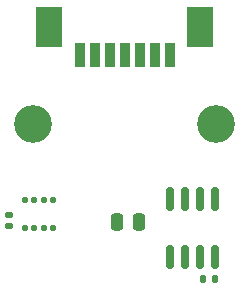
<source format=gbr>
%TF.GenerationSoftware,KiCad,Pcbnew,(6.0.9)*%
%TF.CreationDate,2022-11-26T14:04:05+01:00*%
%TF.ProjectId,SEN_PCB,53454e5f-5043-4422-9e6b-696361645f70,rev?*%
%TF.SameCoordinates,Original*%
%TF.FileFunction,Soldermask,Top*%
%TF.FilePolarity,Negative*%
%FSLAX46Y46*%
G04 Gerber Fmt 4.6, Leading zero omitted, Abs format (unit mm)*
G04 Created by KiCad (PCBNEW (6.0.9)) date 2022-11-26 14:04:05*
%MOMM*%
%LPD*%
G01*
G04 APERTURE LIST*
G04 Aperture macros list*
%AMRoundRect*
0 Rectangle with rounded corners*
0 $1 Rounding radius*
0 $2 $3 $4 $5 $6 $7 $8 $9 X,Y pos of 4 corners*
0 Add a 4 corners polygon primitive as box body*
4,1,4,$2,$3,$4,$5,$6,$7,$8,$9,$2,$3,0*
0 Add four circle primitives for the rounded corners*
1,1,$1+$1,$2,$3*
1,1,$1+$1,$4,$5*
1,1,$1+$1,$6,$7*
1,1,$1+$1,$8,$9*
0 Add four rect primitives between the rounded corners*
20,1,$1+$1,$2,$3,$4,$5,0*
20,1,$1+$1,$4,$5,$6,$7,0*
20,1,$1+$1,$6,$7,$8,$9,0*
20,1,$1+$1,$8,$9,$2,$3,0*%
G04 Aperture macros list end*
%ADD10R,0.900000X2.000000*%
%ADD11R,2.250000X3.375000*%
%ADD12C,3.200000*%
%ADD13RoundRect,0.150000X-0.150000X0.825000X-0.150000X-0.825000X0.150000X-0.825000X0.150000X0.825000X0*%
%ADD14RoundRect,0.250000X0.250000X0.475000X-0.250000X0.475000X-0.250000X-0.475000X0.250000X-0.475000X0*%
%ADD15RoundRect,0.140000X0.170000X-0.140000X0.170000X0.140000X-0.170000X0.140000X-0.170000X-0.140000X0*%
%ADD16RoundRect,0.140000X0.140000X0.170000X-0.140000X0.170000X-0.140000X-0.170000X0.140000X-0.170000X0*%
%ADD17RoundRect,0.125000X-0.125000X-0.137500X0.125000X-0.137500X0.125000X0.137500X-0.125000X0.137500X0*%
G04 APERTURE END LIST*
D10*
%TO.C,J1*%
X72440000Y-62380000D03*
X73710000Y-62380000D03*
X74980000Y-62380000D03*
X76250000Y-62380000D03*
X77520000Y-62380000D03*
X78790000Y-62380000D03*
X80060000Y-62380000D03*
D11*
X69880000Y-60020000D03*
X82620000Y-60020000D03*
%TD*%
D12*
%TO.C,H2*%
X68500000Y-68249800D03*
%TD*%
D13*
%TO.C,U2*%
X83870800Y-74563200D03*
X82600800Y-74563200D03*
X81330800Y-74563200D03*
X80060800Y-74563200D03*
X80060800Y-79513200D03*
X81330800Y-79513200D03*
X82600800Y-79513200D03*
X83870800Y-79513200D03*
%TD*%
D14*
%TO.C,C3*%
X77480200Y-76581000D03*
X75580200Y-76581000D03*
%TD*%
D15*
%TO.C,C1*%
X66486400Y-76875200D03*
X66486400Y-75915200D03*
%TD*%
D16*
%TO.C,C2*%
X83868200Y-81407000D03*
X82908200Y-81407000D03*
%TD*%
D12*
%TO.C,H1*%
X84000000Y-68249800D03*
%TD*%
D17*
%TO.C,U1*%
X67786400Y-74707700D03*
X68586400Y-74707700D03*
X69386400Y-74707700D03*
X70186400Y-74707700D03*
X70186400Y-77082700D03*
X69386400Y-77082700D03*
X68586400Y-77082700D03*
X67786400Y-77082700D03*
%TD*%
M02*

</source>
